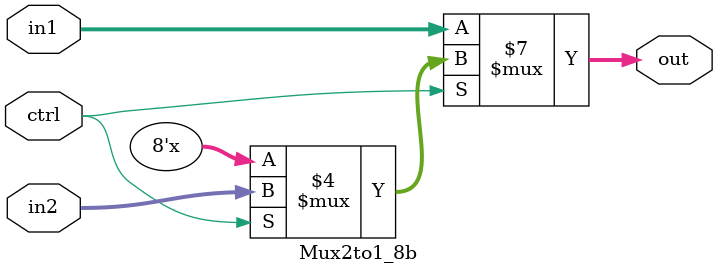
<source format=v>
module Mux2to1_8b(out, in1, in2, ctrl);
    output reg [7:0] out;
    input [7:0] in1, in2;
    input ctrl;

    always @(*)
        if (ctrl == 1'b0)
            out <= in1;
        else if (ctrl  == 1'b1)
            out <= in2;

endmodule
</source>
